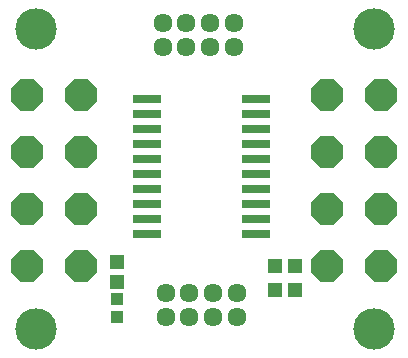
<source format=gts>
G75*
%MOIN*%
%OFA0B0*%
%FSLAX25Y25*%
%IPPOS*%
%LPD*%
%AMOC8*
5,1,8,0,0,1.08239X$1,22.5*
%
%ADD10C,0.13800*%
%ADD11R,0.09461X0.03162*%
%ADD12R,0.05131X0.04737*%
%ADD13OC8,0.10800*%
%ADD14R,0.03950X0.03950*%
%ADD15R,0.04737X0.05131*%
%ADD16C,0.06343*%
D10*
X0012250Y0012250D03*
X0012250Y0112250D03*
X0124750Y0112250D03*
X0124750Y0012250D03*
D11*
X0085360Y0043750D03*
X0085360Y0048750D03*
X0085360Y0053750D03*
X0085360Y0058750D03*
X0085360Y0063750D03*
X0085360Y0068750D03*
X0085360Y0073750D03*
X0085360Y0078750D03*
X0085360Y0083750D03*
X0085360Y0088750D03*
X0049140Y0088750D03*
X0049140Y0083750D03*
X0049140Y0078750D03*
X0049140Y0073750D03*
X0049140Y0068750D03*
X0049140Y0063750D03*
X0049140Y0058750D03*
X0049140Y0053750D03*
X0049140Y0048750D03*
X0049140Y0043750D03*
D12*
X0091904Y0033250D03*
X0098596Y0033250D03*
X0098596Y0025250D03*
X0091904Y0025250D03*
D13*
X0109250Y0033250D03*
X0127250Y0033250D03*
X0127250Y0052250D03*
X0109250Y0052250D03*
X0109250Y0071250D03*
X0127250Y0071250D03*
X0127250Y0090250D03*
X0109250Y0090250D03*
X0027250Y0090250D03*
X0009250Y0090250D03*
X0009250Y0071250D03*
X0027250Y0071250D03*
X0027250Y0052250D03*
X0009250Y0052250D03*
X0009250Y0033250D03*
X0027250Y0033250D03*
D14*
X0039250Y0022203D03*
X0039250Y0016297D03*
D15*
X0039250Y0027904D03*
X0039250Y0034596D03*
D16*
X0055439Y0024187D03*
X0063313Y0024187D03*
X0071187Y0024187D03*
X0071187Y0016313D03*
X0063313Y0016313D03*
X0055439Y0016313D03*
X0079061Y0016313D03*
X0079061Y0024187D03*
X0078061Y0106313D03*
X0070187Y0106313D03*
X0070187Y0114187D03*
X0078061Y0114187D03*
X0062313Y0114187D03*
X0062313Y0106313D03*
X0054439Y0106313D03*
X0054439Y0114187D03*
M02*

</source>
